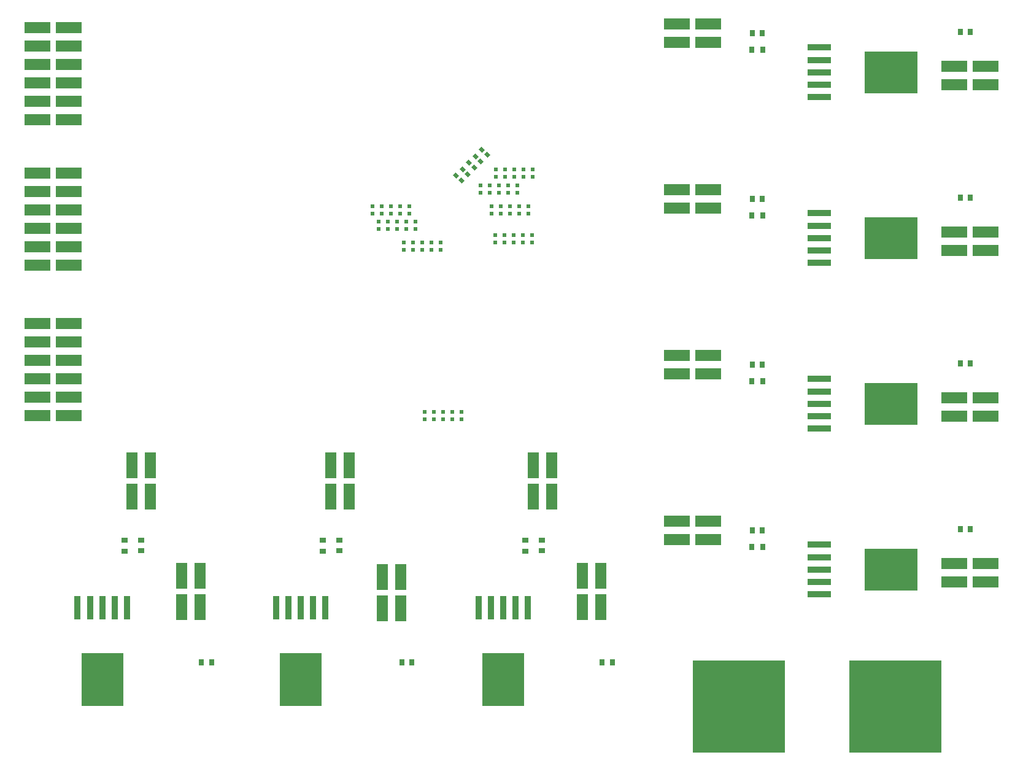
<source format=gtp>
G04*
G04 #@! TF.GenerationSoftware,Altium Limited,Altium Designer,21.2.2 (38)*
G04*
G04 Layer_Color=8421504*
%FSLAX25Y25*%
%MOIN*%
G70*
G04*
G04 #@! TF.SameCoordinates,52539C7D-95C9-4EB3-8E82-0DEE1B6B5610*
G04*
G04*
G04 #@! TF.FilePolarity,Positive*
G04*
G01*
G75*
%ADD18R,0.05906X0.14000*%
%ADD19R,0.14000X0.05906*%
%ADD20R,0.01968X0.02362*%
G04:AMPARAMS|DCode=21|XSize=19.68mil|YSize=23.62mil|CornerRadius=0mil|HoleSize=0mil|Usage=FLASHONLY|Rotation=45.000|XOffset=0mil|YOffset=0mil|HoleType=Round|Shape=Rectangle|*
%AMROTATEDRECTD21*
4,1,4,0.00139,-0.01531,-0.01531,0.00139,-0.00139,0.01531,0.01531,-0.00139,0.00139,-0.01531,0.0*
%
%ADD21ROTATEDRECTD21*%

%ADD22R,0.50000X0.50000*%
%ADD23R,0.22638X0.29134*%
%ADD24R,0.03740X0.12598*%
%ADD25R,0.29134X0.22638*%
%ADD26R,0.12598X0.03740*%
%ADD27R,0.03150X0.03543*%
%ADD28R,0.02756X0.03543*%
%ADD29R,0.03543X0.03150*%
%ADD30R,0.03543X0.02756*%
D18*
X201500Y154731D02*
D03*
X191500D02*
D03*
Y171731D02*
D03*
X201500D02*
D03*
X93800Y154731D02*
D03*
X83800D02*
D03*
Y171731D02*
D03*
X93800D02*
D03*
X328328Y94731D02*
D03*
X338328D02*
D03*
Y111731D02*
D03*
X328328D02*
D03*
X219548Y93900D02*
D03*
X229548D02*
D03*
Y110900D02*
D03*
X219548D02*
D03*
X110767Y94731D02*
D03*
X120767D02*
D03*
Y111731D02*
D03*
X110767D02*
D03*
X311528Y171731D02*
D03*
X301528D02*
D03*
Y154731D02*
D03*
X311528D02*
D03*
D19*
X49200Y280555D02*
D03*
X32200D02*
D03*
X49200Y290555D02*
D03*
X32200D02*
D03*
X49200Y300555D02*
D03*
X32200D02*
D03*
X49200Y310555D02*
D03*
X32200D02*
D03*
X49200Y320555D02*
D03*
X32200D02*
D03*
X49200Y330555D02*
D03*
X32200D02*
D03*
X49200Y198647D02*
D03*
X32200D02*
D03*
X49200Y208647D02*
D03*
X32200D02*
D03*
X49200Y218647D02*
D03*
X32200D02*
D03*
X49200Y228647D02*
D03*
X32200D02*
D03*
X49200Y238647D02*
D03*
X32200D02*
D03*
X49200Y248647D02*
D03*
X32200D02*
D03*
X49200Y359555D02*
D03*
X32200D02*
D03*
X49200Y369555D02*
D03*
X32200D02*
D03*
X49200Y379555D02*
D03*
X32200D02*
D03*
X49200Y389555D02*
D03*
X32200D02*
D03*
X49200Y399555D02*
D03*
X32200D02*
D03*
X49200Y409555D02*
D03*
X32200D02*
D03*
X547400Y108400D02*
D03*
Y118400D02*
D03*
X530400D02*
D03*
Y108400D02*
D03*
X547400Y288400D02*
D03*
Y298400D02*
D03*
X530400D02*
D03*
Y288400D02*
D03*
X547400Y378400D02*
D03*
Y388400D02*
D03*
X530400D02*
D03*
Y378400D02*
D03*
X379734Y141500D02*
D03*
Y131500D02*
D03*
X396734D02*
D03*
Y141500D02*
D03*
X379734Y231500D02*
D03*
Y221500D02*
D03*
X396734D02*
D03*
Y231500D02*
D03*
X379734Y321500D02*
D03*
Y311500D02*
D03*
X396734D02*
D03*
Y321500D02*
D03*
X379734Y411500D02*
D03*
Y401500D02*
D03*
X396734D02*
D03*
Y411500D02*
D03*
X547400Y198400D02*
D03*
Y208400D02*
D03*
X530400D02*
D03*
Y198400D02*
D03*
D20*
X262705Y196650D02*
D03*
Y200650D02*
D03*
X231301Y288631D02*
D03*
Y292631D02*
D03*
X301101Y296631D02*
D03*
Y292631D02*
D03*
X299101Y308531D02*
D03*
Y312531D02*
D03*
X214333Y308385D02*
D03*
Y312386D02*
D03*
X252705Y196650D02*
D03*
Y200650D02*
D03*
X236301Y288631D02*
D03*
Y292631D02*
D03*
X296101Y296631D02*
D03*
Y292631D02*
D03*
X294101Y308531D02*
D03*
Y312531D02*
D03*
X219333Y308385D02*
D03*
Y312386D02*
D03*
X257705Y196650D02*
D03*
Y200650D02*
D03*
X241301Y288631D02*
D03*
Y292631D02*
D03*
X291101Y296631D02*
D03*
Y292631D02*
D03*
X289101Y308531D02*
D03*
Y312531D02*
D03*
X224333Y308385D02*
D03*
Y312386D02*
D03*
X247705Y196650D02*
D03*
Y200650D02*
D03*
X246301Y288631D02*
D03*
Y292631D02*
D03*
X286101Y296631D02*
D03*
Y292631D02*
D03*
X284101Y308531D02*
D03*
Y312531D02*
D03*
X229333Y308385D02*
D03*
Y312386D02*
D03*
X242705Y196650D02*
D03*
Y200650D02*
D03*
X251301Y288631D02*
D03*
Y292631D02*
D03*
X281101Y296631D02*
D03*
Y292631D02*
D03*
X279101Y308531D02*
D03*
Y312531D02*
D03*
X234333Y308385D02*
D03*
Y312386D02*
D03*
X237635Y300029D02*
D03*
Y304029D02*
D03*
X232635D02*
D03*
Y300029D02*
D03*
X227635D02*
D03*
Y304029D02*
D03*
X222635D02*
D03*
Y300029D02*
D03*
X217635D02*
D03*
Y304029D02*
D03*
X273117Y323767D02*
D03*
Y319767D02*
D03*
X278117D02*
D03*
Y323767D02*
D03*
X283117D02*
D03*
Y319767D02*
D03*
X288117D02*
D03*
Y323767D02*
D03*
X293117D02*
D03*
Y319767D02*
D03*
X281420Y328427D02*
D03*
Y332427D02*
D03*
X286420D02*
D03*
Y328427D02*
D03*
X291420D02*
D03*
Y332427D02*
D03*
X296420D02*
D03*
Y328427D02*
D03*
X301420D02*
D03*
Y332427D02*
D03*
D21*
X276529Y340231D02*
D03*
X273701Y343059D02*
D03*
X273029Y336731D02*
D03*
X270201Y339559D02*
D03*
X269529Y333231D02*
D03*
X266701Y336059D02*
D03*
X266029Y329731D02*
D03*
X263201Y332559D02*
D03*
X262529Y326231D02*
D03*
X259701Y329059D02*
D03*
D22*
X413300Y40700D02*
D03*
X498300D02*
D03*
D23*
X285228Y55376D02*
D03*
X175200Y55376D02*
D03*
X67500D02*
D03*
D24*
X271843Y94353D02*
D03*
X278535D02*
D03*
X285228D02*
D03*
X291921D02*
D03*
X298614D02*
D03*
X161814Y94353D02*
D03*
X168507D02*
D03*
X175200D02*
D03*
X181893D02*
D03*
X188586D02*
D03*
X54114D02*
D03*
X60807D02*
D03*
X67500D02*
D03*
X74193D02*
D03*
X80886D02*
D03*
D25*
X496089Y115200D02*
D03*
Y205200D02*
D03*
X496089Y295200D02*
D03*
Y385200D02*
D03*
D26*
X457112Y101814D02*
D03*
Y108507D02*
D03*
Y115200D02*
D03*
Y121893D02*
D03*
Y128586D02*
D03*
Y191814D02*
D03*
Y198507D02*
D03*
Y205200D02*
D03*
Y211893D02*
D03*
Y218586D02*
D03*
X457112Y281814D02*
D03*
Y288507D02*
D03*
Y295200D02*
D03*
Y301893D02*
D03*
Y308586D02*
D03*
Y371814D02*
D03*
Y378507D02*
D03*
Y385200D02*
D03*
Y391893D02*
D03*
Y398586D02*
D03*
D27*
X533479Y407200D02*
D03*
X538990D02*
D03*
Y227200D02*
D03*
X533479D02*
D03*
X538990Y317200D02*
D03*
X533479D02*
D03*
X420535Y226400D02*
D03*
X426046D02*
D03*
X426046Y316400D02*
D03*
X420535D02*
D03*
Y406400D02*
D03*
X426046D02*
D03*
X533479Y137200D02*
D03*
X538990D02*
D03*
X420535Y136400D02*
D03*
X426046D02*
D03*
X339072Y64700D02*
D03*
X344584D02*
D03*
X235720D02*
D03*
X230208D02*
D03*
X126856D02*
D03*
X121344D02*
D03*
D28*
X420338Y217400D02*
D03*
X426243D02*
D03*
X426243Y307400D02*
D03*
X420338D02*
D03*
Y397400D02*
D03*
X426243D02*
D03*
X420338Y127400D02*
D03*
X426243D02*
D03*
D29*
X196400Y130931D02*
D03*
Y125419D02*
D03*
X88700Y130931D02*
D03*
Y125419D02*
D03*
X306428Y130931D02*
D03*
Y125419D02*
D03*
D30*
X187400Y131128D02*
D03*
Y125222D02*
D03*
X297428Y125222D02*
D03*
Y131128D02*
D03*
X79700Y131128D02*
D03*
Y125222D02*
D03*
M02*

</source>
